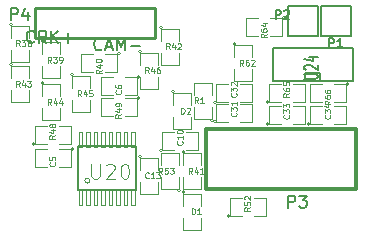
<source format=gto>
G04 (created by PCBNEW (2013-07-07 BZR 4022)-stable) date 03/12/2013 21:27:05*
%MOIN*%
G04 Gerber Fmt 3.4, Leading zero omitted, Abs format*
%FSLAX34Y34*%
G01*
G70*
G90*
G04 APERTURE LIST*
%ADD10C,0.00590551*%
%ADD11C,0.005*%
%ADD12C,0.0039*%
%ADD13C,0.012*%
%ADD14C,0.0026*%
%ADD15C,0.008*%
%ADD16C,0.0001*%
%ADD17C,0.01*%
%ADD18C,0.006*%
%ADD19C,0.0043*%
%ADD20C,0.0035*%
G04 APERTURE END LIST*
G54D10*
G54D11*
X86476Y-22123D02*
X86457Y-22142D01*
X86400Y-22161D01*
X86361Y-22161D01*
X86304Y-22142D01*
X86266Y-22104D01*
X86247Y-22066D01*
X86228Y-21990D01*
X86228Y-21933D01*
X86247Y-21857D01*
X86266Y-21819D01*
X86304Y-21780D01*
X86361Y-21761D01*
X86400Y-21761D01*
X86457Y-21780D01*
X86476Y-21800D01*
X86628Y-22047D02*
X86819Y-22047D01*
X86590Y-22161D02*
X86723Y-21761D01*
X86857Y-22161D01*
X86990Y-22161D02*
X86990Y-21761D01*
X87123Y-22047D01*
X87257Y-21761D01*
X87257Y-22161D01*
X87447Y-22009D02*
X87752Y-22009D01*
X84226Y-21873D02*
X84207Y-21892D01*
X84150Y-21911D01*
X84111Y-21911D01*
X84054Y-21892D01*
X84016Y-21854D01*
X83997Y-21816D01*
X83978Y-21740D01*
X83978Y-21683D01*
X83997Y-21607D01*
X84016Y-21569D01*
X84054Y-21530D01*
X84111Y-21511D01*
X84150Y-21511D01*
X84207Y-21530D01*
X84226Y-21550D01*
X84626Y-21911D02*
X84492Y-21721D01*
X84397Y-21911D02*
X84397Y-21511D01*
X84550Y-21511D01*
X84588Y-21530D01*
X84607Y-21550D01*
X84626Y-21588D01*
X84626Y-21645D01*
X84607Y-21683D01*
X84588Y-21702D01*
X84550Y-21721D01*
X84397Y-21721D01*
X84797Y-21911D02*
X84797Y-21511D01*
X85026Y-21911D02*
X84854Y-21683D01*
X85026Y-21511D02*
X84797Y-21740D01*
X85197Y-21759D02*
X85502Y-21759D01*
X85350Y-21911D02*
X85350Y-21607D01*
G54D12*
X85550Y-25450D02*
G75*
G03X85550Y-25450I-50J0D01*
G74*
G01*
X85050Y-25450D02*
X85450Y-25450D01*
X85450Y-25450D02*
X85450Y-26050D01*
X85450Y-26050D02*
X85050Y-26050D01*
X84650Y-26050D02*
X84250Y-26050D01*
X84250Y-26050D02*
X84250Y-25450D01*
X84250Y-25450D02*
X84650Y-25450D01*
X87750Y-23050D02*
G75*
G03X87750Y-23050I-50J0D01*
G74*
G01*
X87250Y-23050D02*
X87650Y-23050D01*
X87650Y-23050D02*
X87650Y-23650D01*
X87650Y-23650D02*
X87250Y-23650D01*
X86850Y-23650D02*
X86450Y-23650D01*
X86450Y-23650D02*
X86450Y-23050D01*
X86450Y-23050D02*
X86850Y-23050D01*
X87800Y-25700D02*
G75*
G03X87800Y-25700I-50J0D01*
G74*
G01*
X87750Y-26150D02*
X87750Y-25750D01*
X87750Y-25750D02*
X88350Y-25750D01*
X88350Y-25750D02*
X88350Y-26150D01*
X88350Y-26550D02*
X88350Y-26950D01*
X88350Y-26950D02*
X87750Y-26950D01*
X87750Y-26950D02*
X87750Y-26550D01*
X90300Y-24550D02*
G75*
G03X90300Y-24550I-50J0D01*
G74*
G01*
X90700Y-24550D02*
X90300Y-24550D01*
X90300Y-24550D02*
X90300Y-23950D01*
X90300Y-23950D02*
X90700Y-23950D01*
X91100Y-23950D02*
X91500Y-23950D01*
X91500Y-23950D02*
X91500Y-24550D01*
X91500Y-24550D02*
X91100Y-24550D01*
X90300Y-23900D02*
G75*
G03X90300Y-23900I-50J0D01*
G74*
G01*
X90700Y-23900D02*
X90300Y-23900D01*
X90300Y-23900D02*
X90300Y-23300D01*
X90300Y-23300D02*
X90700Y-23300D01*
X91100Y-23300D02*
X91500Y-23300D01*
X91500Y-23300D02*
X91500Y-23900D01*
X91500Y-23900D02*
X91100Y-23900D01*
X92050Y-24625D02*
G75*
G03X92050Y-24625I-50J0D01*
G74*
G01*
X92450Y-24625D02*
X92050Y-24625D01*
X92050Y-24625D02*
X92050Y-24025D01*
X92050Y-24025D02*
X92450Y-24025D01*
X92850Y-24025D02*
X93250Y-24025D01*
X93250Y-24025D02*
X93250Y-24625D01*
X93250Y-24625D02*
X92850Y-24625D01*
X93425Y-24625D02*
G75*
G03X93425Y-24625I-50J0D01*
G74*
G01*
X93825Y-24625D02*
X93425Y-24625D01*
X93425Y-24625D02*
X93425Y-24025D01*
X93425Y-24025D02*
X93825Y-24025D01*
X94225Y-24025D02*
X94625Y-24025D01*
X94625Y-24025D02*
X94625Y-24625D01*
X94625Y-24625D02*
X94225Y-24625D01*
G54D13*
X89950Y-24800D02*
X94950Y-24800D01*
X94950Y-24800D02*
X94950Y-26800D01*
X94950Y-26800D02*
X89950Y-26800D01*
X89950Y-26800D02*
X89950Y-24800D01*
G54D12*
X83500Y-21300D02*
G75*
G03X83500Y-21300I-50J0D01*
G74*
G01*
X83450Y-21750D02*
X83450Y-21350D01*
X83450Y-21350D02*
X84050Y-21350D01*
X84050Y-21350D02*
X84050Y-21750D01*
X84050Y-22150D02*
X84050Y-22550D01*
X84050Y-22550D02*
X83450Y-22550D01*
X83450Y-22550D02*
X83450Y-22150D01*
X84550Y-21850D02*
G75*
G03X84550Y-21850I-50J0D01*
G74*
G01*
X84500Y-22300D02*
X84500Y-21900D01*
X84500Y-21900D02*
X85100Y-21900D01*
X85100Y-21900D02*
X85100Y-22300D01*
X85100Y-22700D02*
X85100Y-23100D01*
X85100Y-23100D02*
X84500Y-23100D01*
X84500Y-23100D02*
X84500Y-22700D01*
X87100Y-22275D02*
G75*
G03X87100Y-22275I-50J0D01*
G74*
G01*
X86600Y-22275D02*
X87000Y-22275D01*
X87000Y-22275D02*
X87000Y-22875D01*
X87000Y-22875D02*
X86600Y-22875D01*
X86200Y-22875D02*
X85800Y-22875D01*
X85800Y-22875D02*
X85800Y-22275D01*
X85800Y-22275D02*
X86200Y-22275D01*
X89250Y-25550D02*
G75*
G03X89250Y-25550I-50J0D01*
G74*
G01*
X89200Y-26000D02*
X89200Y-25600D01*
X89200Y-25600D02*
X89800Y-25600D01*
X89800Y-25600D02*
X89800Y-26000D01*
X89800Y-26400D02*
X89800Y-26800D01*
X89800Y-26800D02*
X89200Y-26800D01*
X89200Y-26800D02*
X89200Y-26400D01*
X88500Y-21400D02*
G75*
G03X88500Y-21400I-50J0D01*
G74*
G01*
X88450Y-21850D02*
X88450Y-21450D01*
X88450Y-21450D02*
X89050Y-21450D01*
X89050Y-21450D02*
X89050Y-21850D01*
X89050Y-22250D02*
X89050Y-22650D01*
X89050Y-22650D02*
X88450Y-22650D01*
X88450Y-22650D02*
X88450Y-22250D01*
X83500Y-22650D02*
G75*
G03X83500Y-22650I-50J0D01*
G74*
G01*
X83450Y-23100D02*
X83450Y-22700D01*
X83450Y-22700D02*
X84050Y-22700D01*
X84050Y-22700D02*
X84050Y-23100D01*
X84050Y-23500D02*
X84050Y-23900D01*
X84050Y-23900D02*
X83450Y-23900D01*
X83450Y-23900D02*
X83450Y-23500D01*
X84550Y-23250D02*
G75*
G03X84550Y-23250I-50J0D01*
G74*
G01*
X84500Y-23700D02*
X84500Y-23300D01*
X84500Y-23300D02*
X85100Y-23300D01*
X85100Y-23300D02*
X85100Y-23700D01*
X85100Y-24100D02*
X85100Y-24500D01*
X85100Y-24500D02*
X84500Y-24500D01*
X84500Y-24500D02*
X84500Y-24100D01*
X85550Y-22975D02*
G75*
G03X85550Y-22975I-50J0D01*
G74*
G01*
X85500Y-23425D02*
X85500Y-23025D01*
X85500Y-23025D02*
X86100Y-23025D01*
X86100Y-23025D02*
X86100Y-23425D01*
X86100Y-23825D02*
X86100Y-24225D01*
X86100Y-24225D02*
X85500Y-24225D01*
X85500Y-24225D02*
X85500Y-23825D01*
X87800Y-22200D02*
G75*
G03X87800Y-22200I-50J0D01*
G74*
G01*
X87750Y-22650D02*
X87750Y-22250D01*
X87750Y-22250D02*
X88350Y-22250D01*
X88350Y-22250D02*
X88350Y-22650D01*
X88350Y-23050D02*
X88350Y-23450D01*
X88350Y-23450D02*
X87750Y-23450D01*
X87750Y-23450D02*
X87750Y-23050D01*
X84250Y-25300D02*
G75*
G03X84250Y-25300I-50J0D01*
G74*
G01*
X84650Y-25300D02*
X84250Y-25300D01*
X84250Y-25300D02*
X84250Y-24700D01*
X84250Y-24700D02*
X84650Y-24700D01*
X85050Y-24700D02*
X85450Y-24700D01*
X85450Y-24700D02*
X85450Y-25300D01*
X85450Y-25300D02*
X85050Y-25300D01*
X87750Y-23750D02*
G75*
G03X87750Y-23750I-50J0D01*
G74*
G01*
X87250Y-23750D02*
X87650Y-23750D01*
X87650Y-23750D02*
X87650Y-24350D01*
X87650Y-24350D02*
X87250Y-24350D01*
X86850Y-24350D02*
X86450Y-24350D01*
X86450Y-24350D02*
X86450Y-23750D01*
X86450Y-23750D02*
X86850Y-23750D01*
X90750Y-27700D02*
G75*
G03X90750Y-27700I-50J0D01*
G74*
G01*
X91150Y-27700D02*
X90750Y-27700D01*
X90750Y-27700D02*
X90750Y-27100D01*
X90750Y-27100D02*
X91150Y-27100D01*
X91550Y-27100D02*
X91950Y-27100D01*
X91950Y-27100D02*
X91950Y-27700D01*
X91950Y-27700D02*
X91550Y-27700D01*
X89100Y-26850D02*
G75*
G03X89100Y-26850I-50J0D01*
G74*
G01*
X89050Y-26400D02*
X89050Y-26800D01*
X89050Y-26800D02*
X88450Y-26800D01*
X88450Y-26800D02*
X88450Y-26400D01*
X88450Y-26000D02*
X88450Y-25600D01*
X88450Y-25600D02*
X89050Y-25600D01*
X89050Y-25600D02*
X89050Y-26000D01*
X90950Y-21950D02*
G75*
G03X90950Y-21950I-50J0D01*
G74*
G01*
X90900Y-22400D02*
X90900Y-22000D01*
X90900Y-22000D02*
X91500Y-22000D01*
X91500Y-22000D02*
X91500Y-22400D01*
X91500Y-22800D02*
X91500Y-23200D01*
X91500Y-23200D02*
X90900Y-23200D01*
X90900Y-23200D02*
X90900Y-22800D01*
X92600Y-21075D02*
G75*
G03X92600Y-21075I-50J0D01*
G74*
G01*
X92100Y-21075D02*
X92500Y-21075D01*
X92500Y-21075D02*
X92500Y-21675D01*
X92500Y-21675D02*
X92100Y-21675D01*
X91700Y-21675D02*
X91300Y-21675D01*
X91300Y-21675D02*
X91300Y-21075D01*
X91300Y-21075D02*
X91700Y-21075D01*
X92050Y-23900D02*
G75*
G03X92050Y-23900I-50J0D01*
G74*
G01*
X92450Y-23900D02*
X92050Y-23900D01*
X92050Y-23900D02*
X92050Y-23300D01*
X92050Y-23300D02*
X92450Y-23300D01*
X92850Y-23300D02*
X93250Y-23300D01*
X93250Y-23300D02*
X93250Y-23900D01*
X93250Y-23900D02*
X92850Y-23900D01*
X94725Y-23300D02*
G75*
G03X94725Y-23300I-50J0D01*
G74*
G01*
X94225Y-23300D02*
X94625Y-23300D01*
X94625Y-23300D02*
X94625Y-23900D01*
X94625Y-23900D02*
X94225Y-23900D01*
X93825Y-23900D02*
X93425Y-23900D01*
X93425Y-23900D02*
X93425Y-23300D01*
X93425Y-23300D02*
X93825Y-23300D01*
G54D14*
X85716Y-27320D02*
X85835Y-27320D01*
X85835Y-27320D02*
X85835Y-26808D01*
X85716Y-26808D02*
X85835Y-26808D01*
X85716Y-27320D02*
X85716Y-26808D01*
X85966Y-27320D02*
X86085Y-27320D01*
X86085Y-27320D02*
X86085Y-26808D01*
X85966Y-26808D02*
X86085Y-26808D01*
X85966Y-27320D02*
X85966Y-26808D01*
X86216Y-27320D02*
X86335Y-27320D01*
X86335Y-27320D02*
X86335Y-26808D01*
X86216Y-26808D02*
X86335Y-26808D01*
X86216Y-27320D02*
X86216Y-26808D01*
X86466Y-27320D02*
X86585Y-27320D01*
X86585Y-27320D02*
X86585Y-26808D01*
X86466Y-26808D02*
X86585Y-26808D01*
X86466Y-27320D02*
X86466Y-26808D01*
X86715Y-27320D02*
X86834Y-27320D01*
X86834Y-27320D02*
X86834Y-26808D01*
X86715Y-26808D02*
X86834Y-26808D01*
X86715Y-27320D02*
X86715Y-26808D01*
X86965Y-27320D02*
X87084Y-27320D01*
X87084Y-27320D02*
X87084Y-26808D01*
X86965Y-26808D02*
X87084Y-26808D01*
X86965Y-27320D02*
X86965Y-26808D01*
X87215Y-27320D02*
X87334Y-27320D01*
X87334Y-27320D02*
X87334Y-26808D01*
X87215Y-26808D02*
X87334Y-26808D01*
X87215Y-27320D02*
X87215Y-26808D01*
X87465Y-27320D02*
X87584Y-27320D01*
X87584Y-27320D02*
X87584Y-26808D01*
X87465Y-26808D02*
X87584Y-26808D01*
X87465Y-27320D02*
X87465Y-26808D01*
X87465Y-25392D02*
X87584Y-25392D01*
X87584Y-25392D02*
X87584Y-24880D01*
X87465Y-24880D02*
X87584Y-24880D01*
X87465Y-25392D02*
X87465Y-24880D01*
X87215Y-25392D02*
X87334Y-25392D01*
X87334Y-25392D02*
X87334Y-24880D01*
X87215Y-24880D02*
X87334Y-24880D01*
X87215Y-25392D02*
X87215Y-24880D01*
X86965Y-25392D02*
X87084Y-25392D01*
X87084Y-25392D02*
X87084Y-24880D01*
X86965Y-24880D02*
X87084Y-24880D01*
X86965Y-25392D02*
X86965Y-24880D01*
X86715Y-25392D02*
X86834Y-25392D01*
X86834Y-25392D02*
X86834Y-24880D01*
X86715Y-24880D02*
X86834Y-24880D01*
X86715Y-25392D02*
X86715Y-24880D01*
X86466Y-25392D02*
X86585Y-25392D01*
X86585Y-25392D02*
X86585Y-24880D01*
X86466Y-24880D02*
X86585Y-24880D01*
X86466Y-25392D02*
X86466Y-24880D01*
X86216Y-25392D02*
X86335Y-25392D01*
X86335Y-25392D02*
X86335Y-24880D01*
X86216Y-24880D02*
X86335Y-24880D01*
X86216Y-25392D02*
X86216Y-24880D01*
X85966Y-25392D02*
X86085Y-25392D01*
X86085Y-25392D02*
X86085Y-24880D01*
X85966Y-24880D02*
X86085Y-24880D01*
X85966Y-25392D02*
X85966Y-24880D01*
X85716Y-25392D02*
X85835Y-25392D01*
X85835Y-25392D02*
X85835Y-24880D01*
X85716Y-24880D02*
X85835Y-24880D01*
X85716Y-25392D02*
X85716Y-24880D01*
G54D15*
X85678Y-26828D02*
X85678Y-25372D01*
X87622Y-25372D02*
X87622Y-26828D01*
X85678Y-26828D02*
X87622Y-26828D01*
X87622Y-25372D02*
X85678Y-25372D01*
G54D16*
X86084Y-26513D02*
G75*
G03X86084Y-26513I-83J0D01*
G74*
G01*
G54D11*
X93253Y-23187D02*
X93253Y-22937D01*
X93253Y-22937D02*
X93753Y-22937D01*
X93753Y-22937D02*
X93753Y-23187D01*
X92203Y-23187D02*
X92203Y-22087D01*
X92203Y-22087D02*
X94853Y-22087D01*
X94853Y-22087D02*
X94853Y-23187D01*
X94853Y-23187D02*
X92203Y-23187D01*
G54D12*
X89250Y-26900D02*
G75*
G03X89250Y-26900I-50J0D01*
G74*
G01*
X89200Y-27350D02*
X89200Y-26950D01*
X89200Y-26950D02*
X89800Y-26950D01*
X89800Y-26950D02*
X89800Y-27350D01*
X89800Y-27750D02*
X89800Y-28150D01*
X89800Y-28150D02*
X89200Y-28150D01*
X89200Y-28150D02*
X89200Y-27750D01*
G54D17*
X84250Y-20750D02*
X88250Y-20750D01*
X84250Y-21750D02*
X88250Y-21750D01*
X88250Y-21750D02*
X88250Y-20750D01*
X84250Y-20750D02*
X84250Y-21750D01*
G54D12*
X88900Y-23550D02*
G75*
G03X88900Y-23550I-50J0D01*
G74*
G01*
X88850Y-24000D02*
X88850Y-23600D01*
X88850Y-23600D02*
X89450Y-23600D01*
X89450Y-23600D02*
X89450Y-24000D01*
X89450Y-24400D02*
X89450Y-24800D01*
X89450Y-24800D02*
X88850Y-24800D01*
X88850Y-24800D02*
X88850Y-24400D01*
X90200Y-24500D02*
G75*
G03X90200Y-24500I-50J0D01*
G74*
G01*
X90150Y-24050D02*
X90150Y-24450D01*
X90150Y-24450D02*
X89550Y-24450D01*
X89550Y-24450D02*
X89550Y-24050D01*
X89550Y-23650D02*
X89550Y-23250D01*
X89550Y-23250D02*
X90150Y-23250D01*
X90150Y-23250D02*
X90150Y-23650D01*
G54D18*
X93775Y-20700D02*
X94775Y-20700D01*
X94775Y-21700D02*
X93775Y-21700D01*
X94775Y-20700D02*
X94775Y-21700D01*
X93775Y-21700D02*
X93775Y-20700D01*
X93700Y-21700D02*
X92700Y-21700D01*
X92700Y-20700D02*
X93700Y-20700D01*
X92700Y-21700D02*
X92700Y-20700D01*
X93700Y-20700D02*
X93700Y-21700D01*
G54D12*
X88500Y-25500D02*
G75*
G03X88500Y-25500I-50J0D01*
G74*
G01*
X88900Y-25500D02*
X88500Y-25500D01*
X88500Y-25500D02*
X88500Y-24900D01*
X88500Y-24900D02*
X88900Y-24900D01*
X89300Y-24900D02*
X89700Y-24900D01*
X89700Y-24900D02*
X89700Y-25500D01*
X89700Y-25500D02*
X89300Y-25500D01*
G54D19*
X84910Y-25907D02*
X84920Y-25917D01*
X84929Y-25945D01*
X84929Y-25964D01*
X84920Y-25992D01*
X84901Y-26011D01*
X84882Y-26020D01*
X84845Y-26029D01*
X84817Y-26029D01*
X84779Y-26020D01*
X84760Y-26011D01*
X84742Y-25992D01*
X84732Y-25964D01*
X84732Y-25945D01*
X84742Y-25917D01*
X84751Y-25907D01*
X84732Y-25729D02*
X84732Y-25823D01*
X84826Y-25832D01*
X84817Y-25823D01*
X84807Y-25804D01*
X84807Y-25757D01*
X84817Y-25738D01*
X84826Y-25729D01*
X84845Y-25720D01*
X84892Y-25720D01*
X84910Y-25729D01*
X84920Y-25738D01*
X84929Y-25757D01*
X84929Y-25804D01*
X84920Y-25823D01*
X84910Y-25832D01*
X87110Y-23507D02*
X87120Y-23517D01*
X87129Y-23545D01*
X87129Y-23564D01*
X87120Y-23592D01*
X87101Y-23611D01*
X87082Y-23620D01*
X87045Y-23629D01*
X87017Y-23629D01*
X86979Y-23620D01*
X86960Y-23611D01*
X86942Y-23592D01*
X86932Y-23564D01*
X86932Y-23545D01*
X86942Y-23517D01*
X86951Y-23507D01*
X86932Y-23338D02*
X86932Y-23376D01*
X86942Y-23395D01*
X86951Y-23404D01*
X86979Y-23423D01*
X87017Y-23432D01*
X87092Y-23432D01*
X87110Y-23423D01*
X87120Y-23414D01*
X87129Y-23395D01*
X87129Y-23357D01*
X87120Y-23338D01*
X87110Y-23329D01*
X87092Y-23320D01*
X87045Y-23320D01*
X87026Y-23329D01*
X87017Y-23338D01*
X87007Y-23357D01*
X87007Y-23395D01*
X87017Y-23414D01*
X87026Y-23423D01*
X87045Y-23432D01*
X88048Y-26410D02*
X88038Y-26420D01*
X88010Y-26429D01*
X87992Y-26429D01*
X87963Y-26420D01*
X87945Y-26401D01*
X87935Y-26382D01*
X87926Y-26345D01*
X87926Y-26317D01*
X87935Y-26279D01*
X87945Y-26260D01*
X87963Y-26242D01*
X87992Y-26232D01*
X88010Y-26232D01*
X88038Y-26242D01*
X88048Y-26251D01*
X88235Y-26429D02*
X88123Y-26429D01*
X88179Y-26429D02*
X88179Y-26232D01*
X88160Y-26260D01*
X88142Y-26279D01*
X88123Y-26289D01*
X88301Y-26232D02*
X88423Y-26232D01*
X88357Y-26307D01*
X88386Y-26307D01*
X88404Y-26317D01*
X88414Y-26326D01*
X88423Y-26345D01*
X88423Y-26392D01*
X88414Y-26410D01*
X88404Y-26420D01*
X88386Y-26429D01*
X88329Y-26429D01*
X88311Y-26420D01*
X88301Y-26410D01*
X90960Y-24251D02*
X90970Y-24261D01*
X90979Y-24289D01*
X90979Y-24307D01*
X90970Y-24336D01*
X90951Y-24354D01*
X90932Y-24364D01*
X90895Y-24373D01*
X90867Y-24373D01*
X90829Y-24364D01*
X90810Y-24354D01*
X90792Y-24336D01*
X90782Y-24307D01*
X90782Y-24289D01*
X90792Y-24261D01*
X90801Y-24251D01*
X90782Y-24185D02*
X90782Y-24064D01*
X90857Y-24129D01*
X90857Y-24101D01*
X90867Y-24082D01*
X90876Y-24073D01*
X90895Y-24064D01*
X90942Y-24064D01*
X90960Y-24073D01*
X90970Y-24082D01*
X90979Y-24101D01*
X90979Y-24157D01*
X90970Y-24176D01*
X90960Y-24185D01*
X90979Y-23876D02*
X90979Y-23988D01*
X90979Y-23932D02*
X90782Y-23932D01*
X90810Y-23951D01*
X90829Y-23970D01*
X90839Y-23988D01*
X90960Y-23601D02*
X90970Y-23611D01*
X90979Y-23639D01*
X90979Y-23657D01*
X90970Y-23686D01*
X90951Y-23704D01*
X90932Y-23714D01*
X90895Y-23723D01*
X90867Y-23723D01*
X90829Y-23714D01*
X90810Y-23704D01*
X90792Y-23686D01*
X90782Y-23657D01*
X90782Y-23639D01*
X90792Y-23611D01*
X90801Y-23601D01*
X90782Y-23535D02*
X90782Y-23414D01*
X90857Y-23479D01*
X90857Y-23451D01*
X90867Y-23432D01*
X90876Y-23423D01*
X90895Y-23414D01*
X90942Y-23414D01*
X90960Y-23423D01*
X90970Y-23432D01*
X90979Y-23451D01*
X90979Y-23507D01*
X90970Y-23526D01*
X90960Y-23535D01*
X90801Y-23338D02*
X90792Y-23329D01*
X90782Y-23310D01*
X90782Y-23263D01*
X90792Y-23245D01*
X90801Y-23235D01*
X90820Y-23226D01*
X90839Y-23226D01*
X90867Y-23235D01*
X90979Y-23348D01*
X90979Y-23226D01*
X92710Y-24326D02*
X92720Y-24336D01*
X92729Y-24364D01*
X92729Y-24382D01*
X92720Y-24411D01*
X92701Y-24429D01*
X92682Y-24439D01*
X92645Y-24448D01*
X92617Y-24448D01*
X92579Y-24439D01*
X92560Y-24429D01*
X92542Y-24411D01*
X92532Y-24382D01*
X92532Y-24364D01*
X92542Y-24336D01*
X92551Y-24326D01*
X92532Y-24260D02*
X92532Y-24139D01*
X92607Y-24204D01*
X92607Y-24176D01*
X92617Y-24157D01*
X92626Y-24148D01*
X92645Y-24139D01*
X92692Y-24139D01*
X92710Y-24148D01*
X92720Y-24157D01*
X92729Y-24176D01*
X92729Y-24232D01*
X92720Y-24251D01*
X92710Y-24260D01*
X92532Y-24073D02*
X92532Y-23951D01*
X92607Y-24017D01*
X92607Y-23988D01*
X92617Y-23970D01*
X92626Y-23960D01*
X92645Y-23951D01*
X92692Y-23951D01*
X92710Y-23960D01*
X92720Y-23970D01*
X92729Y-23988D01*
X92729Y-24045D01*
X92720Y-24063D01*
X92710Y-24073D01*
X94085Y-24326D02*
X94095Y-24336D01*
X94104Y-24364D01*
X94104Y-24382D01*
X94095Y-24411D01*
X94076Y-24429D01*
X94057Y-24439D01*
X94020Y-24448D01*
X93992Y-24448D01*
X93954Y-24439D01*
X93935Y-24429D01*
X93917Y-24411D01*
X93907Y-24382D01*
X93907Y-24364D01*
X93917Y-24336D01*
X93926Y-24326D01*
X93907Y-24260D02*
X93907Y-24139D01*
X93982Y-24204D01*
X93982Y-24176D01*
X93992Y-24157D01*
X94001Y-24148D01*
X94020Y-24139D01*
X94067Y-24139D01*
X94085Y-24148D01*
X94095Y-24157D01*
X94104Y-24176D01*
X94104Y-24232D01*
X94095Y-24251D01*
X94085Y-24260D01*
X93973Y-23970D02*
X94104Y-23970D01*
X93898Y-24017D02*
X94039Y-24063D01*
X94039Y-23942D01*
G54D15*
X92704Y-27411D02*
X92704Y-27011D01*
X92857Y-27011D01*
X92895Y-27030D01*
X92914Y-27050D01*
X92933Y-27088D01*
X92933Y-27145D01*
X92914Y-27183D01*
X92895Y-27202D01*
X92857Y-27221D01*
X92704Y-27221D01*
X93066Y-27011D02*
X93314Y-27011D01*
X93180Y-27164D01*
X93238Y-27164D01*
X93276Y-27183D01*
X93295Y-27202D01*
X93314Y-27240D01*
X93314Y-27335D01*
X93295Y-27373D01*
X93276Y-27392D01*
X93238Y-27411D01*
X93123Y-27411D01*
X93085Y-27392D01*
X93066Y-27373D01*
G54D19*
X83748Y-22029D02*
X83682Y-21935D01*
X83635Y-22029D02*
X83635Y-21832D01*
X83710Y-21832D01*
X83729Y-21842D01*
X83738Y-21851D01*
X83748Y-21870D01*
X83748Y-21898D01*
X83738Y-21917D01*
X83729Y-21926D01*
X83710Y-21935D01*
X83635Y-21935D01*
X83814Y-21832D02*
X83935Y-21832D01*
X83870Y-21907D01*
X83898Y-21907D01*
X83917Y-21917D01*
X83926Y-21926D01*
X83935Y-21945D01*
X83935Y-21992D01*
X83926Y-22010D01*
X83917Y-22020D01*
X83898Y-22029D01*
X83842Y-22029D01*
X83823Y-22020D01*
X83814Y-22010D01*
X84048Y-21917D02*
X84029Y-21907D01*
X84020Y-21898D01*
X84011Y-21879D01*
X84011Y-21870D01*
X84020Y-21851D01*
X84029Y-21842D01*
X84048Y-21832D01*
X84086Y-21832D01*
X84104Y-21842D01*
X84114Y-21851D01*
X84123Y-21870D01*
X84123Y-21879D01*
X84114Y-21898D01*
X84104Y-21907D01*
X84086Y-21917D01*
X84048Y-21917D01*
X84029Y-21926D01*
X84020Y-21935D01*
X84011Y-21954D01*
X84011Y-21992D01*
X84020Y-22010D01*
X84029Y-22020D01*
X84048Y-22029D01*
X84086Y-22029D01*
X84104Y-22020D01*
X84114Y-22010D01*
X84123Y-21992D01*
X84123Y-21954D01*
X84114Y-21935D01*
X84104Y-21926D01*
X84086Y-21917D01*
X84798Y-22579D02*
X84732Y-22485D01*
X84685Y-22579D02*
X84685Y-22382D01*
X84760Y-22382D01*
X84779Y-22392D01*
X84788Y-22401D01*
X84798Y-22420D01*
X84798Y-22448D01*
X84788Y-22467D01*
X84779Y-22476D01*
X84760Y-22485D01*
X84685Y-22485D01*
X84864Y-22382D02*
X84985Y-22382D01*
X84920Y-22457D01*
X84948Y-22457D01*
X84967Y-22467D01*
X84976Y-22476D01*
X84985Y-22495D01*
X84985Y-22542D01*
X84976Y-22560D01*
X84967Y-22570D01*
X84948Y-22579D01*
X84892Y-22579D01*
X84873Y-22570D01*
X84864Y-22560D01*
X85079Y-22579D02*
X85117Y-22579D01*
X85136Y-22570D01*
X85145Y-22560D01*
X85164Y-22532D01*
X85173Y-22495D01*
X85173Y-22420D01*
X85164Y-22401D01*
X85154Y-22392D01*
X85136Y-22382D01*
X85098Y-22382D01*
X85079Y-22392D01*
X85070Y-22401D01*
X85061Y-22420D01*
X85061Y-22467D01*
X85070Y-22485D01*
X85079Y-22495D01*
X85098Y-22504D01*
X85136Y-22504D01*
X85154Y-22495D01*
X85164Y-22485D01*
X85173Y-22467D01*
X86479Y-22826D02*
X86385Y-22892D01*
X86479Y-22939D02*
X86282Y-22939D01*
X86282Y-22864D01*
X86292Y-22845D01*
X86301Y-22836D01*
X86320Y-22826D01*
X86348Y-22826D01*
X86367Y-22836D01*
X86376Y-22845D01*
X86385Y-22864D01*
X86385Y-22939D01*
X86348Y-22657D02*
X86479Y-22657D01*
X86273Y-22704D02*
X86414Y-22751D01*
X86414Y-22629D01*
X86282Y-22517D02*
X86282Y-22498D01*
X86292Y-22479D01*
X86301Y-22470D01*
X86320Y-22460D01*
X86357Y-22451D01*
X86404Y-22451D01*
X86442Y-22460D01*
X86460Y-22470D01*
X86470Y-22479D01*
X86479Y-22498D01*
X86479Y-22517D01*
X86470Y-22535D01*
X86460Y-22545D01*
X86442Y-22554D01*
X86404Y-22563D01*
X86357Y-22563D01*
X86320Y-22554D01*
X86301Y-22545D01*
X86292Y-22535D01*
X86282Y-22517D01*
X89498Y-26279D02*
X89432Y-26185D01*
X89385Y-26279D02*
X89385Y-26082D01*
X89460Y-26082D01*
X89479Y-26092D01*
X89488Y-26101D01*
X89498Y-26120D01*
X89498Y-26148D01*
X89488Y-26167D01*
X89479Y-26176D01*
X89460Y-26185D01*
X89385Y-26185D01*
X89667Y-26148D02*
X89667Y-26279D01*
X89620Y-26073D02*
X89573Y-26214D01*
X89695Y-26214D01*
X89873Y-26279D02*
X89761Y-26279D01*
X89817Y-26279D02*
X89817Y-26082D01*
X89798Y-26110D01*
X89779Y-26129D01*
X89761Y-26139D01*
X88748Y-22129D02*
X88682Y-22035D01*
X88635Y-22129D02*
X88635Y-21932D01*
X88710Y-21932D01*
X88729Y-21942D01*
X88738Y-21951D01*
X88748Y-21970D01*
X88748Y-21998D01*
X88738Y-22017D01*
X88729Y-22026D01*
X88710Y-22035D01*
X88635Y-22035D01*
X88917Y-21998D02*
X88917Y-22129D01*
X88870Y-21923D02*
X88823Y-22064D01*
X88945Y-22064D01*
X89011Y-21951D02*
X89020Y-21942D01*
X89039Y-21932D01*
X89086Y-21932D01*
X89104Y-21942D01*
X89114Y-21951D01*
X89123Y-21970D01*
X89123Y-21989D01*
X89114Y-22017D01*
X89001Y-22129D01*
X89123Y-22129D01*
X83748Y-23379D02*
X83682Y-23285D01*
X83635Y-23379D02*
X83635Y-23182D01*
X83710Y-23182D01*
X83729Y-23192D01*
X83738Y-23201D01*
X83748Y-23220D01*
X83748Y-23248D01*
X83738Y-23267D01*
X83729Y-23276D01*
X83710Y-23285D01*
X83635Y-23285D01*
X83917Y-23248D02*
X83917Y-23379D01*
X83870Y-23173D02*
X83823Y-23314D01*
X83945Y-23314D01*
X84001Y-23182D02*
X84123Y-23182D01*
X84057Y-23257D01*
X84086Y-23257D01*
X84104Y-23267D01*
X84114Y-23276D01*
X84123Y-23295D01*
X84123Y-23342D01*
X84114Y-23360D01*
X84104Y-23370D01*
X84086Y-23379D01*
X84029Y-23379D01*
X84011Y-23370D01*
X84001Y-23360D01*
X84798Y-23979D02*
X84732Y-23885D01*
X84685Y-23979D02*
X84685Y-23782D01*
X84760Y-23782D01*
X84779Y-23792D01*
X84788Y-23801D01*
X84798Y-23820D01*
X84798Y-23848D01*
X84788Y-23867D01*
X84779Y-23876D01*
X84760Y-23885D01*
X84685Y-23885D01*
X84967Y-23848D02*
X84967Y-23979D01*
X84920Y-23773D02*
X84873Y-23914D01*
X84995Y-23914D01*
X85154Y-23848D02*
X85154Y-23979D01*
X85107Y-23773D02*
X85061Y-23914D01*
X85182Y-23914D01*
X85798Y-23704D02*
X85732Y-23610D01*
X85685Y-23704D02*
X85685Y-23507D01*
X85760Y-23507D01*
X85779Y-23517D01*
X85788Y-23526D01*
X85798Y-23545D01*
X85798Y-23573D01*
X85788Y-23592D01*
X85779Y-23601D01*
X85760Y-23610D01*
X85685Y-23610D01*
X85967Y-23573D02*
X85967Y-23704D01*
X85920Y-23498D02*
X85873Y-23639D01*
X85995Y-23639D01*
X86164Y-23507D02*
X86070Y-23507D01*
X86061Y-23601D01*
X86070Y-23592D01*
X86089Y-23582D01*
X86136Y-23582D01*
X86154Y-23592D01*
X86164Y-23601D01*
X86173Y-23620D01*
X86173Y-23667D01*
X86164Y-23685D01*
X86154Y-23695D01*
X86136Y-23704D01*
X86089Y-23704D01*
X86070Y-23695D01*
X86061Y-23685D01*
X88048Y-22929D02*
X87982Y-22835D01*
X87935Y-22929D02*
X87935Y-22732D01*
X88010Y-22732D01*
X88029Y-22742D01*
X88038Y-22751D01*
X88048Y-22770D01*
X88048Y-22798D01*
X88038Y-22817D01*
X88029Y-22826D01*
X88010Y-22835D01*
X87935Y-22835D01*
X88217Y-22798D02*
X88217Y-22929D01*
X88170Y-22723D02*
X88123Y-22864D01*
X88245Y-22864D01*
X88404Y-22732D02*
X88367Y-22732D01*
X88348Y-22742D01*
X88339Y-22751D01*
X88320Y-22779D01*
X88311Y-22817D01*
X88311Y-22892D01*
X88320Y-22910D01*
X88329Y-22920D01*
X88348Y-22929D01*
X88386Y-22929D01*
X88404Y-22920D01*
X88414Y-22910D01*
X88423Y-22892D01*
X88423Y-22845D01*
X88414Y-22826D01*
X88404Y-22817D01*
X88386Y-22807D01*
X88348Y-22807D01*
X88329Y-22817D01*
X88320Y-22826D01*
X88311Y-22845D01*
X84929Y-25001D02*
X84835Y-25067D01*
X84929Y-25114D02*
X84732Y-25114D01*
X84732Y-25039D01*
X84742Y-25020D01*
X84751Y-25011D01*
X84770Y-25001D01*
X84798Y-25001D01*
X84817Y-25011D01*
X84826Y-25020D01*
X84835Y-25039D01*
X84835Y-25114D01*
X84798Y-24832D02*
X84929Y-24832D01*
X84723Y-24879D02*
X84864Y-24926D01*
X84864Y-24804D01*
X84817Y-24701D02*
X84807Y-24720D01*
X84798Y-24729D01*
X84779Y-24738D01*
X84770Y-24738D01*
X84751Y-24729D01*
X84742Y-24720D01*
X84732Y-24701D01*
X84732Y-24663D01*
X84742Y-24645D01*
X84751Y-24635D01*
X84770Y-24626D01*
X84779Y-24626D01*
X84798Y-24635D01*
X84807Y-24645D01*
X84817Y-24663D01*
X84817Y-24701D01*
X84826Y-24720D01*
X84835Y-24729D01*
X84854Y-24738D01*
X84892Y-24738D01*
X84910Y-24729D01*
X84920Y-24720D01*
X84929Y-24701D01*
X84929Y-24663D01*
X84920Y-24645D01*
X84910Y-24635D01*
X84892Y-24626D01*
X84854Y-24626D01*
X84835Y-24635D01*
X84826Y-24645D01*
X84817Y-24663D01*
X87129Y-24301D02*
X87035Y-24367D01*
X87129Y-24414D02*
X86932Y-24414D01*
X86932Y-24339D01*
X86942Y-24320D01*
X86951Y-24311D01*
X86970Y-24301D01*
X86998Y-24301D01*
X87017Y-24311D01*
X87026Y-24320D01*
X87035Y-24339D01*
X87035Y-24414D01*
X86998Y-24132D02*
X87129Y-24132D01*
X86923Y-24179D02*
X87064Y-24226D01*
X87064Y-24104D01*
X87129Y-24020D02*
X87129Y-23982D01*
X87120Y-23963D01*
X87110Y-23954D01*
X87082Y-23935D01*
X87045Y-23926D01*
X86970Y-23926D01*
X86951Y-23935D01*
X86942Y-23945D01*
X86932Y-23963D01*
X86932Y-24001D01*
X86942Y-24020D01*
X86951Y-24029D01*
X86970Y-24038D01*
X87017Y-24038D01*
X87035Y-24029D01*
X87045Y-24020D01*
X87054Y-24001D01*
X87054Y-23963D01*
X87045Y-23945D01*
X87035Y-23935D01*
X87017Y-23926D01*
X91429Y-27401D02*
X91335Y-27467D01*
X91429Y-27514D02*
X91232Y-27514D01*
X91232Y-27439D01*
X91242Y-27420D01*
X91251Y-27411D01*
X91270Y-27401D01*
X91298Y-27401D01*
X91317Y-27411D01*
X91326Y-27420D01*
X91335Y-27439D01*
X91335Y-27514D01*
X91232Y-27223D02*
X91232Y-27317D01*
X91326Y-27326D01*
X91317Y-27317D01*
X91307Y-27298D01*
X91307Y-27251D01*
X91317Y-27232D01*
X91326Y-27223D01*
X91345Y-27214D01*
X91392Y-27214D01*
X91410Y-27223D01*
X91420Y-27232D01*
X91429Y-27251D01*
X91429Y-27298D01*
X91420Y-27317D01*
X91410Y-27326D01*
X91251Y-27138D02*
X91242Y-27129D01*
X91232Y-27110D01*
X91232Y-27063D01*
X91242Y-27045D01*
X91251Y-27035D01*
X91270Y-27026D01*
X91289Y-27026D01*
X91317Y-27035D01*
X91429Y-27148D01*
X91429Y-27026D01*
X88498Y-26279D02*
X88432Y-26185D01*
X88385Y-26279D02*
X88385Y-26082D01*
X88460Y-26082D01*
X88479Y-26092D01*
X88488Y-26101D01*
X88498Y-26120D01*
X88498Y-26148D01*
X88488Y-26167D01*
X88479Y-26176D01*
X88460Y-26185D01*
X88385Y-26185D01*
X88676Y-26082D02*
X88582Y-26082D01*
X88573Y-26176D01*
X88582Y-26167D01*
X88601Y-26157D01*
X88648Y-26157D01*
X88667Y-26167D01*
X88676Y-26176D01*
X88685Y-26195D01*
X88685Y-26242D01*
X88676Y-26260D01*
X88667Y-26270D01*
X88648Y-26279D01*
X88601Y-26279D01*
X88582Y-26270D01*
X88573Y-26260D01*
X88751Y-26082D02*
X88873Y-26082D01*
X88807Y-26157D01*
X88836Y-26157D01*
X88854Y-26167D01*
X88864Y-26176D01*
X88873Y-26195D01*
X88873Y-26242D01*
X88864Y-26260D01*
X88854Y-26270D01*
X88836Y-26279D01*
X88779Y-26279D01*
X88761Y-26270D01*
X88751Y-26260D01*
X91198Y-22679D02*
X91132Y-22585D01*
X91085Y-22679D02*
X91085Y-22482D01*
X91160Y-22482D01*
X91179Y-22492D01*
X91188Y-22501D01*
X91198Y-22520D01*
X91198Y-22548D01*
X91188Y-22567D01*
X91179Y-22576D01*
X91160Y-22585D01*
X91085Y-22585D01*
X91367Y-22482D02*
X91329Y-22482D01*
X91310Y-22492D01*
X91301Y-22501D01*
X91282Y-22529D01*
X91273Y-22567D01*
X91273Y-22642D01*
X91282Y-22660D01*
X91292Y-22670D01*
X91310Y-22679D01*
X91348Y-22679D01*
X91367Y-22670D01*
X91376Y-22660D01*
X91385Y-22642D01*
X91385Y-22595D01*
X91376Y-22576D01*
X91367Y-22567D01*
X91348Y-22557D01*
X91310Y-22557D01*
X91292Y-22567D01*
X91282Y-22576D01*
X91273Y-22595D01*
X91461Y-22501D02*
X91470Y-22492D01*
X91489Y-22482D01*
X91536Y-22482D01*
X91554Y-22492D01*
X91564Y-22501D01*
X91573Y-22520D01*
X91573Y-22539D01*
X91564Y-22567D01*
X91451Y-22679D01*
X91573Y-22679D01*
X91979Y-21626D02*
X91885Y-21692D01*
X91979Y-21739D02*
X91782Y-21739D01*
X91782Y-21664D01*
X91792Y-21645D01*
X91801Y-21636D01*
X91820Y-21626D01*
X91848Y-21626D01*
X91867Y-21636D01*
X91876Y-21645D01*
X91885Y-21664D01*
X91885Y-21739D01*
X91782Y-21457D02*
X91782Y-21495D01*
X91792Y-21514D01*
X91801Y-21523D01*
X91829Y-21542D01*
X91867Y-21551D01*
X91942Y-21551D01*
X91960Y-21542D01*
X91970Y-21532D01*
X91979Y-21514D01*
X91979Y-21476D01*
X91970Y-21457D01*
X91960Y-21448D01*
X91942Y-21439D01*
X91895Y-21439D01*
X91876Y-21448D01*
X91867Y-21457D01*
X91857Y-21476D01*
X91857Y-21514D01*
X91867Y-21532D01*
X91876Y-21542D01*
X91895Y-21551D01*
X91848Y-21270D02*
X91979Y-21270D01*
X91773Y-21317D02*
X91914Y-21363D01*
X91914Y-21242D01*
X92729Y-23601D02*
X92635Y-23667D01*
X92729Y-23714D02*
X92532Y-23714D01*
X92532Y-23639D01*
X92542Y-23620D01*
X92551Y-23611D01*
X92570Y-23601D01*
X92598Y-23601D01*
X92617Y-23611D01*
X92626Y-23620D01*
X92635Y-23639D01*
X92635Y-23714D01*
X92532Y-23432D02*
X92532Y-23470D01*
X92542Y-23489D01*
X92551Y-23498D01*
X92579Y-23517D01*
X92617Y-23526D01*
X92692Y-23526D01*
X92710Y-23517D01*
X92720Y-23507D01*
X92729Y-23489D01*
X92729Y-23451D01*
X92720Y-23432D01*
X92710Y-23423D01*
X92692Y-23414D01*
X92645Y-23414D01*
X92626Y-23423D01*
X92617Y-23432D01*
X92607Y-23451D01*
X92607Y-23489D01*
X92617Y-23507D01*
X92626Y-23517D01*
X92645Y-23526D01*
X92532Y-23235D02*
X92532Y-23329D01*
X92626Y-23338D01*
X92617Y-23329D01*
X92607Y-23310D01*
X92607Y-23263D01*
X92617Y-23245D01*
X92626Y-23235D01*
X92645Y-23226D01*
X92692Y-23226D01*
X92710Y-23235D01*
X92720Y-23245D01*
X92729Y-23263D01*
X92729Y-23310D01*
X92720Y-23329D01*
X92710Y-23338D01*
X94104Y-23851D02*
X94010Y-23917D01*
X94104Y-23964D02*
X93907Y-23964D01*
X93907Y-23889D01*
X93917Y-23870D01*
X93926Y-23861D01*
X93945Y-23851D01*
X93973Y-23851D01*
X93992Y-23861D01*
X94001Y-23870D01*
X94010Y-23889D01*
X94010Y-23964D01*
X93907Y-23682D02*
X93907Y-23720D01*
X93917Y-23739D01*
X93926Y-23748D01*
X93954Y-23767D01*
X93992Y-23776D01*
X94067Y-23776D01*
X94085Y-23767D01*
X94095Y-23757D01*
X94104Y-23739D01*
X94104Y-23701D01*
X94095Y-23682D01*
X94085Y-23673D01*
X94067Y-23664D01*
X94020Y-23664D01*
X94001Y-23673D01*
X93992Y-23682D01*
X93982Y-23701D01*
X93982Y-23739D01*
X93992Y-23757D01*
X94001Y-23767D01*
X94020Y-23776D01*
X93907Y-23495D02*
X93907Y-23532D01*
X93917Y-23551D01*
X93926Y-23560D01*
X93954Y-23579D01*
X93992Y-23588D01*
X94067Y-23588D01*
X94085Y-23579D01*
X94095Y-23570D01*
X94104Y-23551D01*
X94104Y-23513D01*
X94095Y-23495D01*
X94085Y-23485D01*
X94067Y-23476D01*
X94020Y-23476D01*
X94001Y-23485D01*
X93992Y-23495D01*
X93982Y-23513D01*
X93982Y-23551D01*
X93992Y-23570D01*
X94001Y-23579D01*
X94020Y-23588D01*
G54D20*
X86130Y-25952D02*
X86130Y-26357D01*
X86154Y-26404D01*
X86178Y-26428D01*
X86226Y-26452D01*
X86321Y-26452D01*
X86369Y-26428D01*
X86392Y-26404D01*
X86416Y-26357D01*
X86416Y-25952D01*
X86630Y-26000D02*
X86654Y-25976D01*
X86702Y-25952D01*
X86821Y-25952D01*
X86869Y-25976D01*
X86892Y-26000D01*
X86916Y-26047D01*
X86916Y-26095D01*
X86892Y-26166D01*
X86607Y-26452D01*
X86916Y-26452D01*
X87226Y-25952D02*
X87273Y-25952D01*
X87321Y-25976D01*
X87345Y-26000D01*
X87369Y-26047D01*
X87392Y-26142D01*
X87392Y-26261D01*
X87369Y-26357D01*
X87345Y-26404D01*
X87321Y-26428D01*
X87273Y-26452D01*
X87226Y-26452D01*
X87178Y-26428D01*
X87154Y-26404D01*
X87130Y-26357D01*
X87107Y-26261D01*
X87107Y-26142D01*
X87130Y-26047D01*
X87154Y-26000D01*
X87178Y-25976D01*
X87226Y-25952D01*
G54D11*
X93232Y-23121D02*
X93596Y-23121D01*
X93639Y-23107D01*
X93660Y-23092D01*
X93682Y-23064D01*
X93682Y-23007D01*
X93660Y-22978D01*
X93639Y-22964D01*
X93596Y-22950D01*
X93232Y-22950D01*
X93275Y-22821D02*
X93253Y-22807D01*
X93232Y-22778D01*
X93232Y-22707D01*
X93253Y-22678D01*
X93275Y-22664D01*
X93317Y-22650D01*
X93360Y-22650D01*
X93425Y-22664D01*
X93682Y-22835D01*
X93682Y-22650D01*
X93382Y-22392D02*
X93682Y-22392D01*
X93210Y-22464D02*
X93532Y-22535D01*
X93532Y-22350D01*
G54D19*
X89479Y-27629D02*
X89479Y-27432D01*
X89526Y-27432D01*
X89554Y-27442D01*
X89573Y-27460D01*
X89582Y-27479D01*
X89592Y-27517D01*
X89592Y-27545D01*
X89582Y-27582D01*
X89573Y-27601D01*
X89554Y-27620D01*
X89526Y-27629D01*
X89479Y-27629D01*
X89779Y-27629D02*
X89667Y-27629D01*
X89723Y-27629D02*
X89723Y-27432D01*
X89704Y-27460D01*
X89685Y-27479D01*
X89667Y-27489D01*
G54D15*
X83454Y-21161D02*
X83454Y-20761D01*
X83607Y-20761D01*
X83645Y-20780D01*
X83664Y-20800D01*
X83683Y-20838D01*
X83683Y-20895D01*
X83664Y-20933D01*
X83645Y-20952D01*
X83607Y-20971D01*
X83454Y-20971D01*
X84026Y-20895D02*
X84026Y-21161D01*
X83930Y-20742D02*
X83835Y-21028D01*
X84083Y-21028D01*
G54D19*
X89129Y-24279D02*
X89129Y-24082D01*
X89176Y-24082D01*
X89204Y-24092D01*
X89223Y-24110D01*
X89232Y-24129D01*
X89242Y-24167D01*
X89242Y-24195D01*
X89232Y-24232D01*
X89223Y-24251D01*
X89204Y-24270D01*
X89176Y-24279D01*
X89129Y-24279D01*
X89317Y-24101D02*
X89326Y-24092D01*
X89345Y-24082D01*
X89392Y-24082D01*
X89411Y-24092D01*
X89420Y-24101D01*
X89429Y-24120D01*
X89429Y-24139D01*
X89420Y-24167D01*
X89307Y-24279D01*
X89429Y-24279D01*
X89692Y-23929D02*
X89626Y-23835D01*
X89579Y-23929D02*
X89579Y-23732D01*
X89654Y-23732D01*
X89673Y-23742D01*
X89682Y-23751D01*
X89692Y-23770D01*
X89692Y-23798D01*
X89682Y-23817D01*
X89673Y-23826D01*
X89654Y-23835D01*
X89579Y-23835D01*
X89879Y-23929D02*
X89767Y-23929D01*
X89823Y-23929D02*
X89823Y-23732D01*
X89804Y-23760D01*
X89785Y-23779D01*
X89767Y-23789D01*
G54D18*
X94053Y-22071D02*
X94053Y-21771D01*
X94167Y-21771D01*
X94196Y-21785D01*
X94210Y-21800D01*
X94225Y-21828D01*
X94225Y-21871D01*
X94210Y-21900D01*
X94196Y-21914D01*
X94167Y-21928D01*
X94053Y-21928D01*
X94510Y-22071D02*
X94339Y-22071D01*
X94425Y-22071D02*
X94425Y-21771D01*
X94396Y-21814D01*
X94367Y-21842D01*
X94339Y-21857D01*
X92278Y-21121D02*
X92278Y-20821D01*
X92392Y-20821D01*
X92421Y-20835D01*
X92435Y-20850D01*
X92450Y-20878D01*
X92450Y-20921D01*
X92435Y-20950D01*
X92421Y-20964D01*
X92392Y-20978D01*
X92278Y-20978D01*
X92564Y-20850D02*
X92578Y-20835D01*
X92607Y-20821D01*
X92678Y-20821D01*
X92707Y-20835D01*
X92721Y-20850D01*
X92735Y-20878D01*
X92735Y-20907D01*
X92721Y-20950D01*
X92550Y-21121D01*
X92735Y-21121D01*
G54D19*
X89160Y-25201D02*
X89170Y-25211D01*
X89179Y-25239D01*
X89179Y-25257D01*
X89170Y-25286D01*
X89151Y-25304D01*
X89132Y-25314D01*
X89095Y-25323D01*
X89067Y-25323D01*
X89029Y-25314D01*
X89010Y-25304D01*
X88992Y-25286D01*
X88982Y-25257D01*
X88982Y-25239D01*
X88992Y-25211D01*
X89001Y-25201D01*
X89179Y-25014D02*
X89179Y-25126D01*
X89179Y-25070D02*
X88982Y-25070D01*
X89010Y-25089D01*
X89029Y-25107D01*
X89039Y-25126D01*
X88982Y-24892D02*
X88982Y-24873D01*
X88992Y-24854D01*
X89001Y-24845D01*
X89020Y-24835D01*
X89057Y-24826D01*
X89104Y-24826D01*
X89142Y-24835D01*
X89160Y-24845D01*
X89170Y-24854D01*
X89179Y-24873D01*
X89179Y-24892D01*
X89170Y-24910D01*
X89160Y-24920D01*
X89142Y-24929D01*
X89104Y-24938D01*
X89057Y-24938D01*
X89020Y-24929D01*
X89001Y-24920D01*
X88992Y-24910D01*
X88982Y-24892D01*
M02*

</source>
